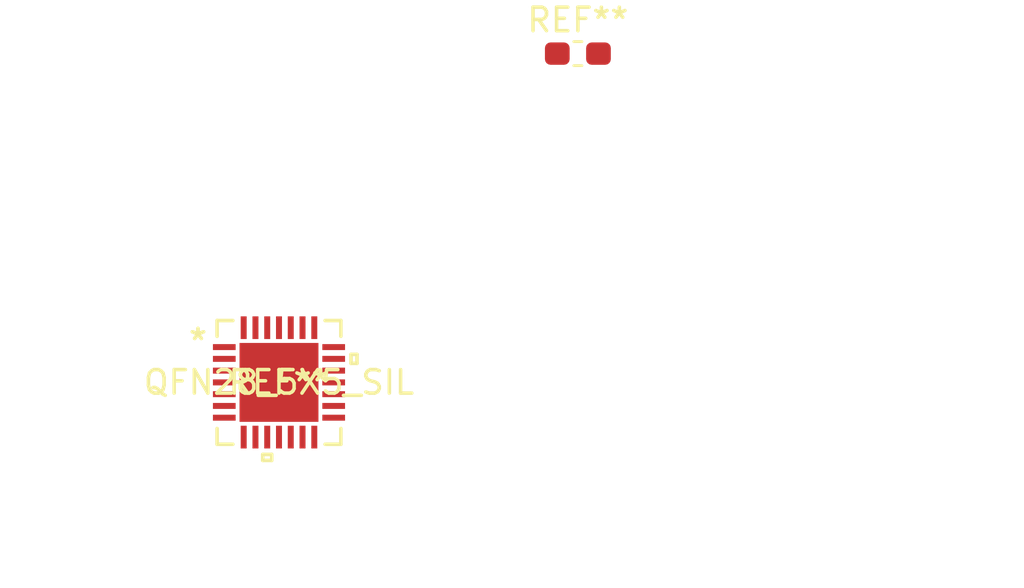
<source format=kicad_pcb>
(kicad_pcb (version 20171130) (host pcbnew "(5.1.6-0-10_14)")

  (general
    (thickness 1.6)
    (drawings 0)
    (tracks 0)
    (zones 0)
    (modules 2)
    (nets 1)
  )

  (page A4)
  (layers
    (0 F.Cu signal)
    (31 B.Cu signal)
    (32 B.Adhes user)
    (33 F.Adhes user)
    (34 B.Paste user)
    (35 F.Paste user)
    (36 B.SilkS user)
    (37 F.SilkS user)
    (38 B.Mask user)
    (39 F.Mask user)
    (40 Dwgs.User user)
    (41 Cmts.User user)
    (42 Eco1.User user)
    (43 Eco2.User user)
    (44 Edge.Cuts user)
    (45 Margin user)
    (46 B.CrtYd user)
    (47 F.CrtYd user)
    (48 B.Fab user)
    (49 F.Fab user)
  )

  (setup
    (last_trace_width 0.25)
    (trace_clearance 0.2)
    (zone_clearance 0.508)
    (zone_45_only no)
    (trace_min 0.2)
    (via_size 0.8)
    (via_drill 0.4)
    (via_min_size 0.4)
    (via_min_drill 0.3)
    (uvia_size 0.3)
    (uvia_drill 0.1)
    (uvias_allowed no)
    (uvia_min_size 0.2)
    (uvia_min_drill 0.1)
    (edge_width 0.05)
    (segment_width 0.2)
    (pcb_text_width 0.3)
    (pcb_text_size 1.5 1.5)
    (mod_edge_width 0.12)
    (mod_text_size 1 1)
    (mod_text_width 0.15)
    (pad_size 1.524 1.524)
    (pad_drill 0.762)
    (pad_to_mask_clearance 0.05)
    (aux_axis_origin 0 0)
    (visible_elements FFFFFF7F)
    (pcbplotparams
      (layerselection 0x010fc_ffffffff)
      (usegerberextensions false)
      (usegerberattributes true)
      (usegerberadvancedattributes true)
      (creategerberjobfile true)
      (excludeedgelayer true)
      (linewidth 0.100000)
      (plotframeref false)
      (viasonmask false)
      (mode 1)
      (useauxorigin false)
      (hpglpennumber 1)
      (hpglpenspeed 20)
      (hpglpendiameter 15.000000)
      (psnegative false)
      (psa4output false)
      (plotreference true)
      (plotvalue true)
      (plotinvisibletext false)
      (padsonsilk false)
      (subtractmaskfromsilk false)
      (outputformat 1)
      (mirror false)
      (drillshape 1)
      (scaleselection 1)
      (outputdirectory ""))
  )

  (net 0 "")

  (net_class Default "This is the default net class."
    (clearance 0.2)
    (trace_width 0.25)
    (via_dia 0.8)
    (via_drill 0.4)
    (uvia_dia 0.3)
    (uvia_drill 0.1)
  )

  (module Resistor_SMD:R_0603_1608Metric_Pad1.05x0.95mm_HandSolder (layer F.Cu) (tedit 5B301BBD) (tstamp 5F6C5218)
    (at 82.55 35.56)
    (descr "Resistor SMD 0603 (1608 Metric), square (rectangular) end terminal, IPC_7351 nominal with elongated pad for handsoldering. (Body size source: http://www.tortai-tech.com/upload/download/2011102023233369053.pdf), generated with kicad-footprint-generator")
    (tags "resistor handsolder")
    (attr smd)
    (fp_text reference REF** (at 0 -1.43) (layer F.SilkS)
      (effects (font (size 1 1) (thickness 0.15)))
    )
    (fp_text value R_0603_1608Metric_Pad1.05x0.95mm_HandSolder (at 0 1.43) (layer F.Fab)
      (effects (font (size 1 1) (thickness 0.15)))
    )
    (fp_text user %R (at 0 0) (layer F.Fab)
      (effects (font (size 0.4 0.4) (thickness 0.06)))
    )
    (fp_line (start -0.8 0.4) (end -0.8 -0.4) (layer F.Fab) (width 0.1))
    (fp_line (start -0.8 -0.4) (end 0.8 -0.4) (layer F.Fab) (width 0.1))
    (fp_line (start 0.8 -0.4) (end 0.8 0.4) (layer F.Fab) (width 0.1))
    (fp_line (start 0.8 0.4) (end -0.8 0.4) (layer F.Fab) (width 0.1))
    (fp_line (start -0.171267 -0.51) (end 0.171267 -0.51) (layer F.SilkS) (width 0.12))
    (fp_line (start -0.171267 0.51) (end 0.171267 0.51) (layer F.SilkS) (width 0.12))
    (fp_line (start -1.65 0.73) (end -1.65 -0.73) (layer F.CrtYd) (width 0.05))
    (fp_line (start -1.65 -0.73) (end 1.65 -0.73) (layer F.CrtYd) (width 0.05))
    (fp_line (start 1.65 -0.73) (end 1.65 0.73) (layer F.CrtYd) (width 0.05))
    (fp_line (start 1.65 0.73) (end -1.65 0.73) (layer F.CrtYd) (width 0.05))
    (pad 2 smd roundrect (at 0.875 0) (size 1.05 0.95) (layers F.Cu F.Paste F.Mask) (roundrect_rratio 0.25))
    (pad 1 smd roundrect (at -0.875 0) (size 1.05 0.95) (layers F.Cu F.Paste F.Mask) (roundrect_rratio 0.25))
    (model ${KISYS3DMOD}/Resistor_SMD.3dshapes/R_0603_1608Metric.wrl
      (at (xyz 0 0 0))
      (scale (xyz 1 1 1))
      (rotate (xyz 0 0 0))
    )
  )

  (module footprints:CP2102-GM (layer F.Cu) (tedit 0) (tstamp 5F6C4E06)
    (at 69.85 49.53)
    (fp_text reference REF** (at 0 0) (layer F.SilkS)
      (effects (font (size 1 1) (thickness 0.15)))
    )
    (fp_text value QFN28_5X5_SIL (at 0 0) (layer F.SilkS)
      (effects (font (size 1 1) (thickness 0.15)))
    )
    (fp_text user * (at -1.8415 -1.75) (layer F.Fab)
      (effects (font (size 1 1) (thickness 0.15)))
    )
    (fp_text user * (at -3.4417 -1.75) (layer F.SilkS)
      (effects (font (size 1 1) (thickness 0.15)))
    )
    (fp_text user 0.132in/3.353mm (at 4.7244 -0.635) (layer Dwgs.User)
      (effects (font (size 1 1) (thickness 0.15)))
    )
    (fp_text user 0.132in/3.353mm (at 0 4.7244) (layer Dwgs.User)
      (effects (font (size 1 1) (thickness 0.15)))
    )
    (fp_text user 0.183in/4.648mm (at 7.9121 0.635) (layer Dwgs.User)
      (effects (font (size 1 1) (thickness 0.15)))
    )
    (fp_text user 0.183in/4.648mm (at 0 7.9121) (layer Dwgs.User)
      (effects (font (size 1 1) (thickness 0.15)))
    )
    (fp_text user 0.01in/0.254mm (at -5.3721 2.3241) (layer Dwgs.User)
      (effects (font (size 1 1) (thickness 0.15)))
    )
    (fp_text user 0.038in/0.965mm (at -2.3241 -5.3721) (layer Dwgs.User)
      (effects (font (size 1 1) (thickness 0.15)))
    )
    (fp_text user 0.02in/0.5mm (at -4.4323 -1.25) (layer Dwgs.User)
      (effects (font (size 1 1) (thickness 0.15)))
    )
    (fp_text user * (at -1.8415 -1.75) (layer F.Fab)
      (effects (font (size 1 1) (thickness 0.15)))
    )
    (fp_text user * (at -3.4417 -1.75) (layer F.SilkS)
      (effects (font (size 1 1) (thickness 0.15)))
    )
    (fp_text user "Copyright 2016 Accelerated Designs. All rights reserved." (at 0 0) (layer Cmts.User)
      (effects (font (size 0.127 0.127) (thickness 0.002)))
    )
    (fp_line (start -2.5019 -1.2319) (end -1.2319 -2.5019) (layer F.Fab) (width 0.1524))
    (fp_line (start 1.3476 -2.5019) (end 1.6524 -2.5019) (layer F.Fab) (width 0.1524))
    (fp_line (start 1.6524 -2.5019) (end 1.6524 -2.5019) (layer F.Fab) (width 0.1524))
    (fp_line (start 1.6524 -2.5019) (end 1.3476 -2.5019) (layer F.Fab) (width 0.1524))
    (fp_line (start 1.3476 -2.5019) (end 1.3476 -2.5019) (layer F.Fab) (width 0.1524))
    (fp_line (start 0.8476 -2.5019) (end 1.1524 -2.5019) (layer F.Fab) (width 0.1524))
    (fp_line (start 1.1524 -2.5019) (end 1.1524 -2.5019) (layer F.Fab) (width 0.1524))
    (fp_line (start 1.1524 -2.5019) (end 0.8476 -2.5019) (layer F.Fab) (width 0.1524))
    (fp_line (start 0.8476 -2.5019) (end 0.8476 -2.5019) (layer F.Fab) (width 0.1524))
    (fp_line (start 0.3476 -2.5019) (end 0.6524 -2.5019) (layer F.Fab) (width 0.1524))
    (fp_line (start 0.6524 -2.5019) (end 0.6524 -2.5019) (layer F.Fab) (width 0.1524))
    (fp_line (start 0.6524 -2.5019) (end 0.3476 -2.5019) (layer F.Fab) (width 0.1524))
    (fp_line (start 0.3476 -2.5019) (end 0.3476 -2.5019) (layer F.Fab) (width 0.1524))
    (fp_line (start -0.1524 -2.5019) (end 0.1524 -2.5019) (layer F.Fab) (width 0.1524))
    (fp_line (start 0.1524 -2.5019) (end 0.1524 -2.5019) (layer F.Fab) (width 0.1524))
    (fp_line (start 0.1524 -2.5019) (end -0.1524 -2.5019) (layer F.Fab) (width 0.1524))
    (fp_line (start -0.1524 -2.5019) (end -0.1524 -2.5019) (layer F.Fab) (width 0.1524))
    (fp_line (start -0.6524 -2.5019) (end -0.3476 -2.5019) (layer F.Fab) (width 0.1524))
    (fp_line (start -0.3476 -2.5019) (end -0.3476 -2.5019) (layer F.Fab) (width 0.1524))
    (fp_line (start -0.3476 -2.5019) (end -0.6524 -2.5019) (layer F.Fab) (width 0.1524))
    (fp_line (start -0.6524 -2.5019) (end -0.6524 -2.5019) (layer F.Fab) (width 0.1524))
    (fp_line (start -1.1524 -2.5019) (end -0.8476 -2.5019) (layer F.Fab) (width 0.1524))
    (fp_line (start -0.8476 -2.5019) (end -0.8476 -2.5019) (layer F.Fab) (width 0.1524))
    (fp_line (start -0.8476 -2.5019) (end -1.1524 -2.5019) (layer F.Fab) (width 0.1524))
    (fp_line (start -1.1524 -2.5019) (end -1.1524 -2.5019) (layer F.Fab) (width 0.1524))
    (fp_line (start -1.6524 -2.5019) (end -1.3476 -2.5019) (layer F.Fab) (width 0.1524))
    (fp_line (start -1.3476 -2.5019) (end -1.3476 -2.5019) (layer F.Fab) (width 0.1524))
    (fp_line (start -1.3476 -2.5019) (end -1.6524 -2.5019) (layer F.Fab) (width 0.1524))
    (fp_line (start -1.6524 -2.5019) (end -1.6524 -2.5019) (layer F.Fab) (width 0.1524))
    (fp_line (start -2.5019 -1.3476) (end -2.5019 -1.6524) (layer F.Fab) (width 0.1524))
    (fp_line (start -2.5019 -1.6524) (end -2.5019 -1.6524) (layer F.Fab) (width 0.1524))
    (fp_line (start -2.5019 -1.6524) (end -2.5019 -1.3476) (layer F.Fab) (width 0.1524))
    (fp_line (start -2.5019 -1.3476) (end -2.5019 -1.3476) (layer F.Fab) (width 0.1524))
    (fp_line (start -2.5019 -0.8476) (end -2.5019 -1.1524) (layer F.Fab) (width 0.1524))
    (fp_line (start -2.5019 -1.1524) (end -2.5019 -1.1524) (layer F.Fab) (width 0.1524))
    (fp_line (start -2.5019 -1.1524) (end -2.5019 -0.8476) (layer F.Fab) (width 0.1524))
    (fp_line (start -2.5019 -0.8476) (end -2.5019 -0.8476) (layer F.Fab) (width 0.1524))
    (fp_line (start -2.5019 -0.3476) (end -2.5019 -0.6524) (layer F.Fab) (width 0.1524))
    (fp_line (start -2.5019 -0.6524) (end -2.5019 -0.6524) (layer F.Fab) (width 0.1524))
    (fp_line (start -2.5019 -0.6524) (end -2.5019 -0.3476) (layer F.Fab) (width 0.1524))
    (fp_line (start -2.5019 -0.3476) (end -2.5019 -0.3476) (layer F.Fab) (width 0.1524))
    (fp_line (start -2.5019 0.1524) (end -2.5019 -0.1524) (layer F.Fab) (width 0.1524))
    (fp_line (start -2.5019 -0.1524) (end -2.5019 -0.1524) (layer F.Fab) (width 0.1524))
    (fp_line (start -2.5019 -0.1524) (end -2.5019 0.1524) (layer F.Fab) (width 0.1524))
    (fp_line (start -2.5019 0.1524) (end -2.5019 0.1524) (layer F.Fab) (width 0.1524))
    (fp_line (start -2.5019 0.6524) (end -2.5019 0.3476) (layer F.Fab) (width 0.1524))
    (fp_line (start -2.5019 0.3476) (end -2.5019 0.3476) (layer F.Fab) (width 0.1524))
    (fp_line (start -2.5019 0.3476) (end -2.5019 0.6524) (layer F.Fab) (width 0.1524))
    (fp_line (start -2.5019 0.6524) (end -2.5019 0.6524) (layer F.Fab) (width 0.1524))
    (fp_line (start -2.5019 1.1524) (end -2.5019 0.8476) (layer F.Fab) (width 0.1524))
    (fp_line (start -2.5019 0.8476) (end -2.5019 0.8476) (layer F.Fab) (width 0.1524))
    (fp_line (start -2.5019 0.8476) (end -2.5019 1.1524) (layer F.Fab) (width 0.1524))
    (fp_line (start -2.5019 1.1524) (end -2.5019 1.1524) (layer F.Fab) (width 0.1524))
    (fp_line (start -2.5019 1.6524) (end -2.5019 1.3476) (layer F.Fab) (width 0.1524))
    (fp_line (start -2.5019 1.3476) (end -2.5019 1.3476) (layer F.Fab) (width 0.1524))
    (fp_line (start -2.5019 1.3476) (end -2.5019 1.6524) (layer F.Fab) (width 0.1524))
    (fp_line (start -2.5019 1.6524) (end -2.5019 1.6524) (layer F.Fab) (width 0.1524))
    (fp_line (start -1.3476 2.5019) (end -1.6524 2.5019) (layer F.Fab) (width 0.1524))
    (fp_line (start -1.6524 2.5019) (end -1.6524 2.5019) (layer F.Fab) (width 0.1524))
    (fp_line (start -1.6524 2.5019) (end -1.3476 2.5019) (layer F.Fab) (width 0.1524))
    (fp_line (start -1.3476 2.5019) (end -1.3476 2.5019) (layer F.Fab) (width 0.1524))
    (fp_line (start -0.8476 2.5019) (end -1.1524 2.5019) (layer F.Fab) (width 0.1524))
    (fp_line (start -1.1524 2.5019) (end -1.1524 2.5019) (layer F.Fab) (width 0.1524))
    (fp_line (start -1.1524 2.5019) (end -0.8476 2.5019) (layer F.Fab) (width 0.1524))
    (fp_line (start -0.8476 2.5019) (end -0.8476 2.5019) (layer F.Fab) (width 0.1524))
    (fp_line (start -0.3476 2.5019) (end -0.6524 2.5019) (layer F.Fab) (width 0.1524))
    (fp_line (start -0.6524 2.5019) (end -0.6524 2.5019) (layer F.Fab) (width 0.1524))
    (fp_line (start -0.6524 2.5019) (end -0.3476 2.5019) (layer F.Fab) (width 0.1524))
    (fp_line (start -0.3476 2.5019) (end -0.3476 2.5019) (layer F.Fab) (width 0.1524))
    (fp_line (start 0.1524 2.5019) (end -0.1524 2.5019) (layer F.Fab) (width 0.1524))
    (fp_line (start -0.1524 2.5019) (end -0.1524 2.5019) (layer F.Fab) (width 0.1524))
    (fp_line (start -0.1524 2.5019) (end 0.1524 2.5019) (layer F.Fab) (width 0.1524))
    (fp_line (start 0.1524 2.5019) (end 0.1524 2.5019) (layer F.Fab) (width 0.1524))
    (fp_line (start 0.6524 2.5019) (end 0.3476 2.5019) (layer F.Fab) (width 0.1524))
    (fp_line (start 0.3476 2.5019) (end 0.3476 2.5019) (layer F.Fab) (width 0.1524))
    (fp_line (start 0.3476 2.5019) (end 0.6524 2.5019) (layer F.Fab) (width 0.1524))
    (fp_line (start 0.6524 2.5019) (end 0.6524 2.5019) (layer F.Fab) (width 0.1524))
    (fp_line (start 1.1524 2.5019) (end 0.8476 2.5019) (layer F.Fab) (width 0.1524))
    (fp_line (start 0.8476 2.5019) (end 0.8476 2.5019) (layer F.Fab) (width 0.1524))
    (fp_line (start 0.8476 2.5019) (end 1.1524 2.5019) (layer F.Fab) (width 0.1524))
    (fp_line (start 1.1524 2.5019) (end 1.1524 2.5019) (layer F.Fab) (width 0.1524))
    (fp_line (start 1.6524 2.5019) (end 1.3476 2.5019) (layer F.Fab) (width 0.1524))
    (fp_line (start 1.3476 2.5019) (end 1.3476 2.5019) (layer F.Fab) (width 0.1524))
    (fp_line (start 1.3476 2.5019) (end 1.6524 2.5019) (layer F.Fab) (width 0.1524))
    (fp_line (start 1.6524 2.5019) (end 1.6524 2.5019) (layer F.Fab) (width 0.1524))
    (fp_line (start 2.5019 1.3476) (end 2.5019 1.6524) (layer F.Fab) (width 0.1524))
    (fp_line (start 2.5019 1.6524) (end 2.5019 1.6524) (layer F.Fab) (width 0.1524))
    (fp_line (start 2.5019 1.6524) (end 2.5019 1.3476) (layer F.Fab) (width 0.1524))
    (fp_line (start 2.5019 1.3476) (end 2.5019 1.3476) (layer F.Fab) (width 0.1524))
    (fp_line (start 2.5019 0.8476) (end 2.5019 1.1524) (layer F.Fab) (width 0.1524))
    (fp_line (start 2.5019 1.1524) (end 2.5019 1.1524) (layer F.Fab) (width 0.1524))
    (fp_line (start 2.5019 1.1524) (end 2.5019 0.8476) (layer F.Fab) (width 0.1524))
    (fp_line (start 2.5019 0.8476) (end 2.5019 0.8476) (layer F.Fab) (width 0.1524))
    (fp_line (start 2.5019 0.3476) (end 2.5019 0.6524) (layer F.Fab) (width 0.1524))
    (fp_line (start 2.5019 0.6524) (end 2.5019 0.6524) (layer F.Fab) (width 0.1524))
    (fp_line (start 2.5019 0.6524) (end 2.5019 0.3476) (layer F.Fab) (width 0.1524))
    (fp_line (start 2.5019 0.3476) (end 2.5019 0.3476) (layer F.Fab) (width 0.1524))
    (fp_line (start 2.5019 -0.1524) (end 2.5019 0.1524) (layer F.Fab) (width 0.1524))
    (fp_line (start 2.5019 0.1524) (end 2.5019 0.1524) (layer F.Fab) (width 0.1524))
    (fp_line (start 2.5019 0.1524) (end 2.5019 -0.1524) (layer F.Fab) (width 0.1524))
    (fp_line (start 2.5019 -0.1524) (end 2.5019 -0.1524) (layer F.Fab) (width 0.1524))
    (fp_line (start 2.5019 -0.6524) (end 2.5019 -0.3476) (layer F.Fab) (width 0.1524))
    (fp_line (start 2.5019 -0.3476) (end 2.5019 -0.3476) (layer F.Fab) (width 0.1524))
    (fp_line (start 2.5019 -0.3476) (end 2.5019 -0.6524) (layer F.Fab) (width 0.1524))
    (fp_line (start 2.5019 -0.6524) (end 2.5019 -0.6524) (layer F.Fab) (width 0.1524))
    (fp_line (start 2.5019 -1.1524) (end 2.5019 -0.8476) (layer F.Fab) (width 0.1524))
    (fp_line (start 2.5019 -0.8476) (end 2.5019 -0.8476) (layer F.Fab) (width 0.1524))
    (fp_line (start 2.5019 -0.8476) (end 2.5019 -1.1524) (layer F.Fab) (width 0.1524))
    (fp_line (start 2.5019 -1.1524) (end 2.5019 -1.1524) (layer F.Fab) (width 0.1524))
    (fp_line (start 2.5019 -1.6524) (end 2.5019 -1.3476) (layer F.Fab) (width 0.1524))
    (fp_line (start 2.5019 -1.3476) (end 2.5019 -1.3476) (layer F.Fab) (width 0.1524))
    (fp_line (start 2.5019 -1.3476) (end 2.5019 -1.6524) (layer F.Fab) (width 0.1524))
    (fp_line (start 2.5019 -1.6524) (end 2.5019 -1.6524) (layer F.Fab) (width 0.1524))
    (fp_line (start -2.6289 2.6289) (end -1.95974 2.6289) (layer F.SilkS) (width 0.1524))
    (fp_line (start 2.6289 2.6289) (end 2.6289 1.95974) (layer F.SilkS) (width 0.1524))
    (fp_line (start 2.6289 -2.6289) (end 1.95974 -2.6289) (layer F.SilkS) (width 0.1524))
    (fp_line (start -2.6289 -2.6289) (end -2.6289 -1.95974) (layer F.SilkS) (width 0.1524))
    (fp_line (start -2.6289 1.95974) (end -2.6289 2.6289) (layer F.SilkS) (width 0.1524))
    (fp_line (start -2.5019 2.5019) (end 2.5019 2.5019) (layer F.Fab) (width 0.1524))
    (fp_line (start 2.5019 2.5019) (end 2.5019 2.5019) (layer F.Fab) (width 0.1524))
    (fp_line (start 2.5019 2.5019) (end 2.5019 -2.5019) (layer F.Fab) (width 0.1524))
    (fp_line (start 2.5019 -2.5019) (end 2.5019 -2.5019) (layer F.Fab) (width 0.1524))
    (fp_line (start 2.5019 -2.5019) (end -2.5019 -2.5019) (layer F.Fab) (width 0.1524))
    (fp_line (start -2.5019 -2.5019) (end -2.5019 -2.5019) (layer F.Fab) (width 0.1524))
    (fp_line (start -2.5019 -2.5019) (end -2.5019 2.5019) (layer F.Fab) (width 0.1524))
    (fp_line (start -2.5019 2.5019) (end -2.5019 2.5019) (layer F.Fab) (width 0.1524))
    (fp_line (start 1.95974 2.6289) (end 2.6289 2.6289) (layer F.SilkS) (width 0.1524))
    (fp_line (start 2.6289 -1.95974) (end 2.6289 -2.6289) (layer F.SilkS) (width 0.1524))
    (fp_line (start -1.95974 -2.6289) (end -2.6289 -2.6289) (layer F.SilkS) (width 0.1524))
    (fp_line (start -0.690499 3.0607) (end -0.690499 3.3147) (layer F.SilkS) (width 0.1524))
    (fp_line (start -0.690499 3.3147) (end -0.309499 3.3147) (layer F.SilkS) (width 0.1524))
    (fp_line (start -0.309499 3.3147) (end -0.309499 3.0607) (layer F.SilkS) (width 0.1524))
    (fp_line (start -0.309499 3.0607) (end -0.690499 3.0607) (layer F.SilkS) (width 0.1524))
    (fp_line (start 3.3147 -1.190501) (end 3.3147 -0.809501) (layer F.SilkS) (width 0.1524))
    (fp_line (start 3.3147 -0.809501) (end 3.0607 -0.809501) (layer F.SilkS) (width 0.1524))
    (fp_line (start 3.0607 -0.809501) (end 3.0607 -1.190501) (layer F.SilkS) (width 0.1524))
    (fp_line (start 3.0607 -1.190501) (end 3.3147 -1.190501) (layer F.SilkS) (width 0.1524))
    (fp_line (start -1.5764 -1.5764) (end -1.5764 -0.1) (layer F.Paste) (width 0.1524))
    (fp_line (start -1.5764 -0.1) (end -0.1 -0.1) (layer F.Paste) (width 0.1524))
    (fp_line (start -0.1 -0.1) (end -0.1 -1.5764) (layer F.Paste) (width 0.1524))
    (fp_line (start -0.1 -1.5764) (end -1.5764 -1.5764) (layer F.Paste) (width 0.1524))
    (fp_line (start -1.5764 0.1) (end -1.5764 1.5764) (layer F.Paste) (width 0.1524))
    (fp_line (start -1.5764 1.5764) (end -0.1 1.5764) (layer F.Paste) (width 0.1524))
    (fp_line (start -0.1 1.5764) (end -0.1 0.1) (layer F.Paste) (width 0.1524))
    (fp_line (start -0.1 0.1) (end -1.5764 0.1) (layer F.Paste) (width 0.1524))
    (fp_line (start 0.1 -1.5764) (end 0.1 -0.1) (layer F.Paste) (width 0.1524))
    (fp_line (start 0.1 -0.1) (end 1.5764 -0.1) (layer F.Paste) (width 0.1524))
    (fp_line (start 1.5764 -0.1) (end 1.5764 -1.5764) (layer F.Paste) (width 0.1524))
    (fp_line (start 1.5764 -1.5764) (end 0.1 -1.5764) (layer F.Paste) (width 0.1524))
    (fp_line (start 0.1 0.1) (end 0.1 1.5764) (layer F.Paste) (width 0.1524))
    (fp_line (start 0.1 1.5764) (end 1.5764 1.5764) (layer F.Paste) (width 0.1524))
    (fp_line (start 1.5764 1.5764) (end 1.5764 0.1) (layer F.Paste) (width 0.1524))
    (fp_line (start 1.5764 0.1) (end 0.1 0.1) (layer F.Paste) (width 0.1524))
    (fp_line (start -2.7559 2.7559) (end -2.7559 1.881) (layer F.CrtYd) (width 0.1524))
    (fp_line (start -2.7559 1.881) (end -3.0607 1.881) (layer F.CrtYd) (width 0.1524))
    (fp_line (start -3.0607 1.881) (end -3.0607 -1.881) (layer F.CrtYd) (width 0.1524))
    (fp_line (start -3.0607 -1.881) (end -2.7559 -1.881) (layer F.CrtYd) (width 0.1524))
    (fp_line (start -2.7559 -1.881) (end -2.7559 -2.7559) (layer F.CrtYd) (width 0.1524))
    (fp_line (start -2.7559 -2.7559) (end -1.881 -2.7559) (layer F.CrtYd) (width 0.1524))
    (fp_line (start -1.881 -2.7559) (end -1.881 -3.0607) (layer F.CrtYd) (width 0.1524))
    (fp_line (start -1.881 -3.0607) (end 1.881 -3.0607) (layer F.CrtYd) (width 0.1524))
    (fp_line (start 1.881 -3.0607) (end 1.881 -2.7559) (layer F.CrtYd) (width 0.1524))
    (fp_line (start 1.881 -2.7559) (end 2.7559 -2.7559) (layer F.CrtYd) (width 0.1524))
    (fp_line (start 2.7559 -2.7559) (end 2.7559 -1.881) (layer F.CrtYd) (width 0.1524))
    (fp_line (start 2.7559 -1.881) (end 3.0607 -1.881) (layer F.CrtYd) (width 0.1524))
    (fp_line (start 3.0607 -1.881) (end 3.0607 1.881) (layer F.CrtYd) (width 0.1524))
    (fp_line (start 3.0607 1.881) (end 2.7559 1.881) (layer F.CrtYd) (width 0.1524))
    (fp_line (start 2.7559 1.881) (end 2.7559 2.7559) (layer F.CrtYd) (width 0.1524))
    (fp_line (start 2.7559 2.7559) (end 1.881 2.7559) (layer F.CrtYd) (width 0.1524))
    (fp_line (start 1.881 2.7559) (end 1.881 3.0607) (layer F.CrtYd) (width 0.1524))
    (fp_line (start 1.881 3.0607) (end -1.881 3.0607) (layer F.CrtYd) (width 0.1524))
    (fp_line (start -1.881 3.0607) (end -1.881 2.7559) (layer F.CrtYd) (width 0.1524))
    (fp_line (start -1.881 2.7559) (end -2.7559 2.7559) (layer F.CrtYd) (width 0.1524))
    (pad 29 smd rect (at 0 0) (size 3.3528 3.3528) (layers F.Cu F.Paste F.Mask))
    (pad 28 smd rect (at -1.5 -2.3241) (size 0.254 0.9652) (layers F.Cu F.Paste F.Mask))
    (pad 27 smd rect (at -1.000001 -2.3241) (size 0.254 0.9652) (layers F.Cu F.Paste F.Mask))
    (pad 26 smd rect (at -0.499999 -2.3241) (size 0.254 0.9652) (layers F.Cu F.Paste F.Mask))
    (pad 25 smd rect (at 0 -2.3241) (size 0.254 0.9652) (layers F.Cu F.Paste F.Mask))
    (pad 24 smd rect (at 0.499999 -2.3241) (size 0.254 0.9652) (layers F.Cu F.Paste F.Mask))
    (pad 23 smd rect (at 1.000001 -2.3241) (size 0.254 0.9652) (layers F.Cu F.Paste F.Mask))
    (pad 22 smd rect (at 1.5 -2.3241) (size 0.254 0.9652) (layers F.Cu F.Paste F.Mask))
    (pad 21 smd rect (at 2.3241 -1.5 90) (size 0.254 0.9652) (layers F.Cu F.Paste F.Mask))
    (pad 20 smd rect (at 2.3241 -1.000001 90) (size 0.254 0.9652) (layers F.Cu F.Paste F.Mask))
    (pad 19 smd rect (at 2.3241 -0.499999 90) (size 0.254 0.9652) (layers F.Cu F.Paste F.Mask))
    (pad 18 smd rect (at 2.3241 0 90) (size 0.254 0.9652) (layers F.Cu F.Paste F.Mask))
    (pad 17 smd rect (at 2.3241 0.499999 90) (size 0.254 0.9652) (layers F.Cu F.Paste F.Mask))
    (pad 16 smd rect (at 2.3241 1.000001 90) (size 0.254 0.9652) (layers F.Cu F.Paste F.Mask))
    (pad 15 smd rect (at 2.3241 1.5 90) (size 0.254 0.9652) (layers F.Cu F.Paste F.Mask))
    (pad 14 smd rect (at 1.5 2.3241) (size 0.254 0.9652) (layers F.Cu F.Paste F.Mask))
    (pad 13 smd rect (at 1.000001 2.3241) (size 0.254 0.9652) (layers F.Cu F.Paste F.Mask))
    (pad 12 smd rect (at 0.499999 2.3241) (size 0.254 0.9652) (layers F.Cu F.Paste F.Mask))
    (pad 11 smd rect (at 0 2.3241) (size 0.254 0.9652) (layers F.Cu F.Paste F.Mask))
    (pad 10 smd rect (at -0.499999 2.3241) (size 0.254 0.9652) (layers F.Cu F.Paste F.Mask))
    (pad 9 smd rect (at -1.000001 2.3241) (size 0.254 0.9652) (layers F.Cu F.Paste F.Mask))
    (pad 8 smd rect (at -1.5 2.3241) (size 0.254 0.9652) (layers F.Cu F.Paste F.Mask))
    (pad 7 smd rect (at -2.3241 1.5 90) (size 0.254 0.9652) (layers F.Cu F.Paste F.Mask))
    (pad 6 smd rect (at -2.3241 1.000001 90) (size 0.254 0.9652) (layers F.Cu F.Paste F.Mask))
    (pad 5 smd rect (at -2.3241 0.499999 90) (size 0.254 0.9652) (layers F.Cu F.Paste F.Mask))
    (pad 4 smd rect (at -2.3241 0 90) (size 0.254 0.9652) (layers F.Cu F.Paste F.Mask))
    (pad 3 smd rect (at -2.3241 -0.499999 90) (size 0.254 0.9652) (layers F.Cu F.Paste F.Mask))
    (pad 2 smd rect (at -2.3241 -1.000001 90) (size 0.254 0.9652) (layers F.Cu F.Paste F.Mask))
    (pad 1 smd rect (at -2.3241 -1.5 90) (size 0.254 0.9652) (layers F.Cu F.Paste F.Mask))
  )

)

</source>
